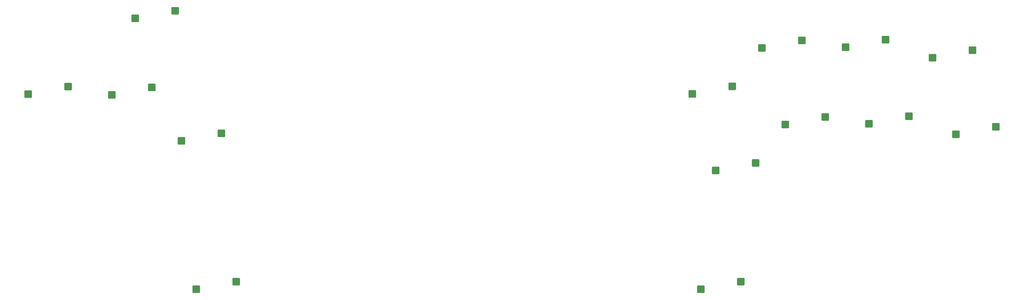
<source format=gbr>
%TF.GenerationSoftware,KiCad,Pcbnew,7.0.10*%
%TF.CreationDate,2024-02-02T19:17:30-06:00*%
%TF.ProjectId,genbox,67656e62-6f78-42e6-9b69-6361645f7063,rev?*%
%TF.SameCoordinates,Original*%
%TF.FileFunction,Paste,Bot*%
%TF.FilePolarity,Positive*%
%FSLAX46Y46*%
G04 Gerber Fmt 4.6, Leading zero omitted, Abs format (unit mm)*
G04 Created by KiCad (PCBNEW 7.0.10) date 2024-02-02 19:17:30*
%MOMM*%
%LPD*%
G01*
G04 APERTURE LIST*
G04 Aperture macros list*
%AMRoundRect*
0 Rectangle with rounded corners*
0 $1 Rounding radius*
0 $2 $3 $4 $5 $6 $7 $8 $9 X,Y pos of 4 corners*
0 Add a 4 corners polygon primitive as box body*
4,1,4,$2,$3,$4,$5,$6,$7,$8,$9,$2,$3,0*
0 Add four circle primitives for the rounded corners*
1,1,$1+$1,$2,$3*
1,1,$1+$1,$4,$5*
1,1,$1+$1,$6,$7*
1,1,$1+$1,$8,$9*
0 Add four rect primitives between the rounded corners*
20,1,$1+$1,$2,$3,$4,$5,0*
20,1,$1+$1,$4,$5,$6,$7,0*
20,1,$1+$1,$6,$7,$8,$9,0*
20,1,$1+$1,$8,$9,$2,$3,0*%
G04 Aperture macros list end*
%ADD10RoundRect,0.250000X1.025000X1.000000X-1.025000X1.000000X-1.025000X-1.000000X1.025000X-1.000000X0*%
G04 APERTURE END LIST*
D10*
%TO.C,MX11*%
X277140000Y-189460000D03*
X290590000Y-186920000D03*
%TD*%
%TO.C,MX3*%
X78659000Y-123915500D03*
X92109000Y-121375500D03*
%TD*%
%TO.C,MX12*%
X305621000Y-133915500D03*
X319071000Y-131375500D03*
%TD*%
%TO.C,MX6*%
X107140000Y-189460000D03*
X120590000Y-186920000D03*
%TD*%
%TO.C,MX2*%
X363109000Y-137253500D03*
X376559000Y-134713500D03*
%TD*%
%TO.C,MX13*%
X333780000Y-133671900D03*
X347230000Y-131131900D03*
%TD*%
%TO.C,MX10*%
X325886000Y-107851700D03*
X339336000Y-105311700D03*
%TD*%
%TO.C,MX9*%
X297727000Y-108095300D03*
X311177000Y-105555300D03*
%TD*%
%TO.C,MX5*%
X86553000Y-98095300D03*
X100003000Y-95555300D03*
%TD*%
%TO.C,MX8*%
X282140000Y-149460000D03*
X295590000Y-146920000D03*
%TD*%
%TO.C,MX7*%
X274246000Y-123639800D03*
X287696000Y-121099800D03*
%TD*%
%TO.C,MX1*%
X50500000Y-123671900D03*
X63950000Y-121131900D03*
%TD*%
%TO.C,MX14*%
X355215000Y-111433300D03*
X368665000Y-108893300D03*
%TD*%
%TO.C,MX4*%
X102140000Y-139460000D03*
X115590000Y-136920000D03*
%TD*%
M02*

</source>
